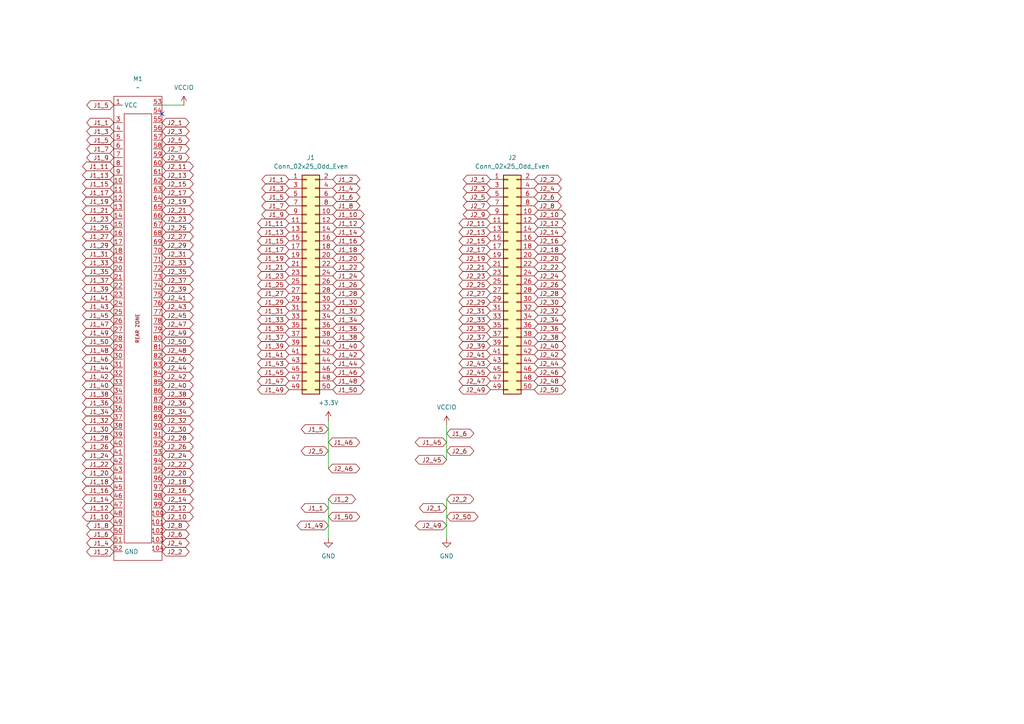
<source format=kicad_sch>
(kicad_sch (version 20250114) (generator "eeschema") (generator_version "9.0")
  (paper "A4")
  (lib_symbols
    (symbol "Connector_Generic:Conn_02x25_Odd_Even" (pin_names (offset 1.016) (hide yes))
      (property "Reference" "J" (at 1.27 33.02 0))
      (property "Value" "Conn_02x25_Odd_Even" (at 1.27 -33.02 0))
      (symbol "Conn_02x25_Odd_Even_1_1"
        (rectangle (start -1.27 31.75) (end 3.81 -31.75) (stroke (width 0.254)) (fill (type background)))
        (rectangle (start -1.27 30.607) (end 0 30.353) (stroke (width 0.1524)))
        (rectangle (start -1.27 28.067) (end 0 27.813) (stroke (width 0.1524)))
        (rectangle (start -1.27 25.527) (end 0 25.273) (stroke (width 0.1524)))
        (rectangle (start -1.27 22.987) (end 0 22.733) (stroke (width 0.1524)))
        (rectangle (start -1.27 20.447) (end 0 20.193) (stroke (width 0.1524)))
        (rectangle (start -1.27 17.907) (end 0 17.653) (stroke (width 0.1524)))
        (rectangle (start -1.27 15.367) (end 0 15.113) (stroke (width 0.1524)))
        (rectangle (start -1.27 12.827) (end 0 12.573) (stroke (width 0.1524)))
        (rectangle (start -1.27 10.287) (end 0 10.033) (stroke (width 0.1524)))
        (rectangle (start -1.27 7.747) (end 0 7.493) (stroke (width 0.1524)))
        (rectangle (start -1.27 5.207) (end 0 4.953) (stroke (width 0.1524)))
        (rectangle (start -1.27 2.667) (end 0 2.413) (stroke (width 0.1524)))
        (rectangle (start -1.27 0.127) (end 0 -0.127) (stroke (width 0.1524)))
        (rectangle (start -1.27 -2.413) (end 0 -2.667) (stroke (width 0.1524)))
        (rectangle (start -1.27 -4.953) (end 0 -5.207) (stroke (width 0.1524)))
        (rectangle (start -1.27 -7.493) (end 0 -7.747) (stroke (width 0.1524)))
        (rectangle (start -1.27 -10.033) (end 0 -10.287) (stroke (width 0.1524)))
        (rectangle (start -1.27 -12.573) (end 0 -12.827) (stroke (width 0.1524)))
        (rectangle (start -1.27 -15.113) (end 0 -15.367) (stroke (width 0.1524)))
        (rectangle (start -1.27 -17.653) (end 0 -17.907) (stroke (width 0.1524)))
        (rectangle (start -1.27 -20.193) (end 0 -20.447) (stroke (width 0.1524)))
        (rectangle (start -1.27 -22.733) (end 0 -22.987) (stroke (width 0.1524)))
        (rectangle (start -1.27 -25.273) (end 0 -25.527) (stroke (width 0.1524)))
        (rectangle (start -1.27 -27.813) (end 0 -28.067) (stroke (width 0.1524)))
        (rectangle (start -1.27 -30.353) (end 0 -30.607) (stroke (width 0.1524)))
        (rectangle (start 3.81 30.607) (end 2.54 30.353) (stroke (width 0.1524)))
        (rectangle (start 3.81 28.067) (end 2.54 27.813) (stroke (width 0.1524)))
        (rectangle (start 3.81 25.527) (end 2.54 25.273) (stroke (width 0.1524)))
        (rectangle (start 3.81 22.987) (end 2.54 22.733) (stroke (width 0.1524)))
        (rectangle (start 3.81 20.447) (end 2.54 20.193) (stroke (width 0.1524)))
        (rectangle (start 3.81 17.907) (end 2.54 17.653) (stroke (width 0.1524)))
        (rectangle (start 3.81 15.367) (end 2.54 15.113) (stroke (width 0.1524)))
        (rectangle (start 3.81 12.827) (end 2.54 12.573) (stroke (width 0.1524)))
        (rectangle (start 3.81 10.287) (end 2.54 10.033) (stroke (width 0.1524)))
        (rectangle (start 3.81 7.747) (end 2.54 7.493) (stroke (width 0.1524)))
        (rectangle (start 3.81 5.207) (end 2.54 4.953) (stroke (width 0.1524)))
        (rectangle (start 3.81 2.667) (end 2.54 2.413) (stroke (width 0.1524)))
        (rectangle (start 3.81 0.127) (end 2.54 -0.127) (stroke (width 0.1524)))
        (rectangle (start 3.81 -2.413) (end 2.54 -2.667) (stroke (width 0.1524)))
        (rectangle (start 3.81 -4.953) (end 2.54 -5.207) (stroke (width 0.1524)))
        (rectangle (start 3.81 -7.493) (end 2.54 -7.747) (stroke (width 0.1524)))
        (rectangle (start 3.81 -10.033) (end 2.54 -10.287) (stroke (width 0.1524)))
        (rectangle (start 3.81 -12.573) (end 2.54 -12.827) (stroke (width 0.1524)))
        (rectangle (start 3.81 -15.113) (end 2.54 -15.367) (stroke (width 0.1524)))
        (rectangle (start 3.81 -17.653) (end 2.54 -17.907) (stroke (width 0.1524)))
        (rectangle (start 3.81 -20.193) (end 2.54 -20.447) (stroke (width 0.1524)))
        (rectangle (start 3.81 -22.733) (end 2.54 -22.987) (stroke (width 0.1524)))
        (rectangle (start 3.81 -25.273) (end 2.54 -25.527) (stroke (width 0.1524)))
        (rectangle (start 3.81 -27.813) (end 2.54 -28.067) (stroke (width 0.1524)))
        (rectangle (start 3.81 -30.353) (end 2.54 -30.607) (stroke (width 0.1524)))
        (pin passive line (at -5.08 30.48 0) (length 3.81) (name "Pin_1") (number "1"))
        (pin passive line (at -5.08 27.94 0) (length 3.81) (name "Pin_3") (number "3"))
        (pin passive line (at -5.08 25.4 0) (length 3.81) (name "Pin_5") (number "5"))
        (pin passive line (at -5.08 22.86 0) (length 3.81) (name "Pin_7") (number "7"))
        (pin passive line (at -5.08 20.32 0) (length 3.81) (name "Pin_9") (number "9"))
        (pin passive line (at -5.08 17.78 0) (length 3.81) (name "Pin_11") (number "11"))
        (pin passive line (at -5.08 15.24 0) (length 3.81) (name "Pin_13") (number "13"))
        (pin passive line (at -5.08 12.7 0) (length 3.81) (name "Pin_15") (number "15"))
        (pin passive line (at -5.08 10.16 0) (length 3.81) (name "Pin_17") (number "17"))
        (pin passive line (at -5.08 7.62 0) (length 3.81) (name "Pin_19") (number "19"))
        (pin passive line (at -5.08 5.08 0) (length 3.81) (name "Pin_21") (number "21"))
        (pin passive line (at -5.08 2.54 0) (length 3.81) (name "Pin_23") (number "23"))
        (pin passive line (at -5.08 0 0) (length 3.81) (name "Pin_25") (number "25"))
        (pin passive line (at -5.08 -2.54 0) (length 3.81) (name "Pin_27") (number "27"))
        (pin passive line (at -5.08 -5.08 0) (length 3.81) (name "Pin_29") (number "29"))
        (pin passive line (at -5.08 -7.62 0) (length 3.81) (name "Pin_31") (number "31"))
        (pin passive line (at -5.08 -10.16 0) (length 3.81) (name "Pin_33") (number "33"))
        (pin passive line (at -5.08 -12.7 0) (length 3.81) (name "Pin_35") (number "35"))
        (pin passive line (at -5.08 -15.24 0) (length 3.81) (name "Pin_37") (number "37"))
        (pin passive line (at -5.08 -17.78 0) (length 3.81) (name "Pin_39") (number "39"))
        (pin passive line (at -5.08 -20.32 0) (length 3.81) (name "Pin_41") (number "41"))
        (pin passive line (at -5.08 -22.86 0) (length 3.81) (name "Pin_43") (number "43"))
        (pin passive line (at -5.08 -25.4 0) (length 3.81) (name "Pin_45") (number "45"))
        (pin passive line (at -5.08 -27.94 0) (length 3.81) (name "Pin_47") (number "47"))
        (pin passive line (at -5.08 -30.48 0) (length 3.81) (name "Pin_49") (number "49"))
        (pin passive line (at 7.62 30.48 180) (length 3.81) (name "Pin_2") (number "2"))
        (pin passive line (at 7.62 27.94 180) (length 3.81) (name "Pin_4") (number "4"))
        (pin passive line (at 7.62 25.4 180) (length 3.81) (name "Pin_6") (number "6"))
        (pin passive line (at 7.62 22.86 180) (length 3.81) (name "Pin_8") (number "8"))
        (pin passive line (at 7.62 20.32 180) (length 3.81) (name "Pin_10") (number "10"))
        (pin passive line (at 7.62 17.78 180) (length 3.81) (name "Pin_12") (number "12"))
        (pin passive line (at 7.62 15.24 180) (length 3.81) (name "Pin_14") (number "14"))
        (pin passive line (at 7.62 12.7 180) (length 3.81) (name "Pin_16") (number "16"))
        (pin passive line (at 7.62 10.16 180) (length 3.81) (name "Pin_18") (number "18"))
        (pin passive line (at 7.62 7.62 180) (length 3.81) (name "Pin_20") (number "20"))
        (pin passive line (at 7.62 5.08 180) (length 3.81) (name "Pin_22") (number "22"))
        (pin passive line (at 7.62 2.54 180) (length 3.81) (name "Pin_24") (number "24"))
        (pin passive line (at 7.62 0 180) (length 3.81) (name "Pin_26") (number "26"))
        (pin passive line (at 7.62 -2.54 180) (length 3.81) (name "Pin_28") (number "28"))
        (pin passive line (at 7.62 -5.08 180) (length 3.81) (name "Pin_30") (number "30"))
        (pin passive line (at 7.62 -7.62 180) (length 3.81) (name "Pin_32") (number "32"))
        (pin passive line (at 7.62 -10.16 180) (length 3.81) (name "Pin_34") (number "34"))
        (pin passive line (at 7.62 -12.7 180) (length 3.81) (name "Pin_36") (number "36"))
        (pin passive line (at 7.62 -15.24 180) (length 3.81) (name "Pin_38") (number "38"))
        (pin passive line (at 7.62 -17.78 180) (length 3.81) (name "Pin_40") (number "40"))
        (pin passive line (at 7.62 -20.32 180) (length 3.81) (name "Pin_42") (number "42"))
        (pin passive line (at 7.62 -22.86 180) (length 3.81) (name "Pin_44") (number "44"))
        (pin passive line (at 7.62 -25.4 180) (length 3.81) (name "Pin_46") (number "46"))
        (pin passive line (at 7.62 -27.94 180) (length 3.81) (name "Pin_48") (number "48"))
        (pin passive line (at 7.62 -30.48 180) (length 3.81) (name "Pin_50") (number "50"))
      )
    )
    (symbol "MegaCastle:MegaCastle2x52-Module-I42.0x127.3-M1"
      (property "Reference" "M" (at 0 -69.85 0))
      (symbol "MegaCastle2x52-Module-I42.0x127.3-M1_0_1"
        (rectangle (start -6.35 67.31) (end 7.62 -67.31))
        (rectangle (start -3.35 62.23) (end 4.62 -62.23))
      )
      (symbol "MegaCastle2x52-Module-I42.0x127.3-M1_1_1"
        (text "REAR ZONE" (at 0.5 0 900) (effects (font (size 1 1))))
        (pin bidirectional line (at -6.35 64.77 0) (length 2.54) (name "VCC") (number "1"))
        (pin bidirectional line (at -6.35 59.69 0) (length 2.54) (name "") (number "3"))
        (pin bidirectional line (at -6.35 57.15 0) (length 2.54) (name "") (number "4"))
        (pin bidirectional line (at -6.35 54.61 0) (length 2.54) (name "") (number "5"))
        (pin bidirectional line (at -6.35 52.07 0) (length 2.54) (name "") (number "6"))
        (pin bidirectional line (at -6.35 49.53 0) (length 2.54) (name "") (number "7"))
        (pin bidirectional line (at -6.35 46.99 0) (length 2.54) (name "") (number "8"))
        (pin bidirectional line (at -6.35 44.45 0) (length 2.54) (name "") (number "9"))
        (pin bidirectional line (at -6.35 41.91 0) (length 2.54) (name "") (number "10"))
        (pin bidirectional line (at -6.35 39.37 0) (length 2.54) (name "") (number "11"))
        (pin bidirectional line (at -6.35 36.83 0) (length 2.54) (name "") (number "12"))
        (pin bidirectional line (at -6.35 34.29 0) (length 2.54) (name "") (number "13"))
        (pin bidirectional line (at -6.35 31.75 0) (length 2.54) (name "") (number "14"))
        (pin bidirectional line (at -6.35 29.21 0) (length 2.54) (name "") (number "15"))
        (pin bidirectional line (at -6.35 26.67 0) (length 2.54) (name "") (number "16"))
        (pin bidirectional line (at -6.35 24.13 0) (length 2.54) (name "") (number "17"))
        (pin bidirectional line (at -6.35 21.59 0) (length 2.54) (name "") (number "18"))
        (pin bidirectional line (at -6.35 19.05 0) (length 2.54) (name "") (number "19"))
        (pin bidirectional line (at -6.35 16.51 0) (length 2.54) (name "") (number "20"))
        (pin bidirectional line (at -6.35 13.97 0) (length 2.54) (name "") (number "21"))
        (pin bidirectional line (at -6.35 11.43 0) (length 2.54) (name "") (number "22"))
        (pin bidirectional line (at -6.35 8.89 0) (length 2.54) (name "") (number "23"))
        (pin bidirectional line (at -6.35 6.35 0) (length 2.54) (name "") (number "24"))
        (pin bidirectional line (at -6.35 3.81 0) (length 2.54) (name "") (number "25"))
        (pin bidirectional line (at -6.35 1.27 0) (length 2.54) (name "") (number "26"))
        (pin bidirectional line (at -6.35 -1.27 0) (length 2.54) (name "") (number "27"))
        (pin bidirectional line (at -6.35 -3.81 0) (length 2.54) (name "") (number "28"))
        (pin bidirectional line (at -6.35 -6.35 0) (length 2.54) (name "") (number "29"))
        (pin bidirectional line (at -6.35 -8.89 0) (length 2.54) (name "") (number "30"))
        (pin bidirectional line (at -6.35 -11.43 0) (length 2.54) (name "") (number "31"))
        (pin bidirectional line (at -6.35 -13.97 0) (length 2.54) (name "") (number "32"))
        (pin bidirectional line (at -6.35 -16.51 0) (length 2.54) (name "") (number "33"))
        (pin bidirectional line (at -6.35 -19.05 0) (length 2.54) (name "") (number "34"))
        (pin bidirectional line (at -6.35 -21.59 0) (length 2.54) (name "") (number "35"))
        (pin bidirectional line (at -6.35 -24.13 0) (length 2.54) (name "") (number "36"))
        (pin bidirectional line (at -6.35 -26.67 0) (length 2.54) (name "") (number "37"))
        (pin bidirectional line (at -6.35 -29.21 0) (length 2.54) (name "") (number "38"))
        (pin bidirectional line (at -6.35 -31.75 0) (length 2.54) (name "") (number "39"))
        (pin bidirectional line (at -6.35 -34.29 0) (length 2.54) (name "") (number "40"))
        (pin bidirectional line (at -6.35 -36.83 0) (length 2.54) (name "") (number "41"))
        (pin bidirectional line (at -6.35 -39.37 0) (length 2.54) (name "") (number "42"))
        (pin bidirectional line (at -6.35 -41.91 0) (length 2.54) (name "") (number "43"))
        (pin bidirectional line (at -6.35 -44.45 0) (length 2.54) (name "") (number "44"))
        (pin bidirectional line (at -6.35 -46.99 0) (length 2.54) (name "") (number "45"))
        (pin bidirectional line (at -6.35 -49.53 0) (length 2.54) (name "") (number "46"))
        (pin bidirectional line (at -6.35 -52.07 0) (length 2.54) (name "") (number "47"))
        (pin bidirectional line (at -6.35 -54.61 0) (length 2.54) (name "") (number "48"))
        (pin bidirectional line (at -6.35 -57.15 0) (length 2.54) (name "") (number "49"))
        (pin bidirectional line (at -6.35 -59.69 0) (length 2.54) (name "") (number "50"))
        (pin bidirectional line (at -6.35 -62.23 0) (length 2.54) (name "") (number "51"))
        (pin bidirectional line (at -6.35 -64.77 0) (length 2.54) (name "GND") (number "52"))
        (pin bidirectional line (at 7.62 64.77 180) (length 2.54) (name "") (number "53"))
        (pin bidirectional line (at 7.62 62.23 180) (length 2.54) (name "") (number "54"))
        (pin bidirectional line (at 7.62 59.69 180) (length 2.54) (name "") (number "55"))
        (pin bidirectional line (at 7.62 57.15 180) (length 2.54) (name "") (number "56"))
        (pin bidirectional line (at 7.62 54.61 180) (length 2.54) (name "") (number "57"))
        (pin bidirectional line (at 7.62 52.07 180) (length 2.54) (name "") (number "58"))
        (pin bidirectional line (at 7.62 49.53 180) (length 2.54) (name "") (number "59"))
        (pin bidirectional line (at 7.62 46.99 180) (length 2.54) (name "") (number "60"))
        (pin bidirectional line (at 7.62 44.45 180) (length 2.54) (name "") (number "61"))
        (pin bidirectional line (at 7.62 41.91 180) (length 2.54) (name "") (number "62"))
        (pin bidirectional line (at 7.62 39.37 180) (length 2.54) (name "") (number "63"))
        (pin bidirectional line (at 7.62 36.83 180) (length 2.54) (name "") (number "64"))
        (pin bidirectional line (at 7.62 34.29 180) (length 2.54) (name "") (number "65"))
        (pin bidirectional line (at 7.62 31.75 180) (length 2.54) (name "") (number "66"))
        (pin bidirectional line (at 7.62 29.21 180) (length 2.54) (name "") (number "67"))
        (pin bidirectional line (at 7.62 26.67 180) (length 2.54) (name "") (number "68"))
        (pin bidirectional line (at 7.62 24.13 180) (length 2.54) (name "") (number "69"))
        (pin bidirectional line (at 7.62 21.59 180) (length 2.54) (name "") (number "70"))
        (pin bidirectional line (at 7.62 19.05 180) (length 2.54) (name "") (number "71"))
        (pin bidirectional line (at 7.62 16.51 180) (length 2.54) (name "") (number "72"))
        (pin bidirectional line (at 7.62 13.97 180) (length 2.54) (name "") (number "73"))
        (pin bidirectional line (at 7.62 11.43 180) (length 2.54) (name "") (number "74"))
        (pin bidirectional line (at 7.62 8.89 180) (length 2.54) (name "") (number "75"))
        (pin bidirectional line (at 7.62 6.35 180) (length 2.54) (name "") (number "76"))
        (pin bidirectional line (at 7.62 3.81 180) (length 2.54) (name "") (number "77"))
        (pin bidirectional line (at 7.62 1.27 180) (length 2.54) (name "") (number "78"))
        (pin bidirectional line (at 7.62 -1.27 180) (length 2.54) (name "") (number "79"))
        (pin bidirectional line (at 7.62 -3.81 180) (length 2.54) (name "") (number "80"))
        (pin bidirectional line (at 7.62 -6.35 180) (length 2.54) (name "") (number "81"))
        (pin bidirectional line (at 7.62 -8.89 180) (length 2.54) (name "") (number "82"))
        (pin bidirectional line (at 7.62 -11.43 180) (length 2.54) (name "") (number "83"))
        (pin bidirectional line (at 7.62 -13.97 180) (length 2.54) (name "") (number "84"))
        (pin bidirectional line (at 7.62 -16.51 180) (length 2.54) (name "") (number "85"))
        (pin bidirectional line (at 7.62 -19.05 180) (length 2.54) (name "") (number "86"))
        (pin bidirectional line (at 7.62 -21.59 180) (length 2.54) (name "") (number "87"))
        (pin bidirectional line (at 7.62 -24.13 180) (length 2.54) (name "") (number "88"))
        (pin bidirectional line (at 7.62 -26.67 180) (length 2.54) (name "") (number "89"))
        (pin bidirectional line (at 7.62 -29.21 180) (length 2.54) (name "") (number "90"))
        (pin bidirectional line (at 7.62 -31.75 180) (length 2.54) (name "") (number "91"))
        (pin bidirectional line (at 7.62 -34.29 180) (length 2.54) (name "") (number "92"))
        (pin bidirectional line (at 7.62 -36.83 180) (length 2.54) (name "") (number "93"))
        (pin bidirectional line (at 7.62 -39.37 180) (length 2.54) (name "") (number "94"))
        (pin bidirectional line (at 7.62 -41.91 180) (length 2.54) (name "") (number "95"))
        (pin bidirectional line (at 7.62 -44.45 180) (length 2.54) (name "") (number "96"))
        (pin bidirectional line (at 7.62 -46.99 180) (length 2.54) (name "") (number "97"))
        (pin bidirectional line (at 7.62 -49.53 180) (length 2.54) (name "") (number "98"))
        (pin bidirectional line (at 7.62 -52.07 180) (length 2.54) (name "") (number "99"))
        (pin bidirectional line (at 7.62 -54.61 180) (length 2.54) (name "") (number "100"))
        (pin bidirectional line (at 7.62 -57.15 180) (length 2.54) (name "") (number "101"))
        (pin bidirectional line (at 7.62 -59.69 180) (length 2.54) (name "") (number "102"))
        (pin bidirectional line (at 7.62 -62.23 180) (length 2.54) (name "") (number "103"))
        (pin bidirectional line (at 7.62 -64.77 180) (length 2.54) (name "") (number "104"))
      )
    )
    (symbol "power:+3.3V" (power) (pin_numbers (hide yes)) (pin_names (offset 0) (hide yes))
      (property "Value" "+3.3V" (at 0 3.556 0))
      (symbol "+3.3V_0_1"
        (polyline (pts (xy -0.762 1.27) (xy 0 2.54)))
        (polyline (pts (xy 0 2.54) (xy 0.762 1.27)))
        (polyline (pts (xy 0 0) (xy 0 2.54)))
      )
      (symbol "+3.3V_1_1"
        (pin power_in line (at 0 0 90) (length 0) (name "~") (number "1"))
      )
    )
    (symbol "power:GND" (power) (pin_numbers (hide yes)) (pin_names (offset 0) (hide yes))
      (property "Value" "GND" (at 0 -3.81 0))
      (symbol "GND_0_1"
        (polyline (pts (xy 0 0) (xy 0 -1.27) (xy 1.27 -1.27) (xy 0 -2.54) (xy -1.27 -1.27) (xy 0 -1.27)))
      )
      (symbol "GND_1_1"
        (pin power_in line (at 0 0 270) (length 0) (name "~") (number "1"))
      )
    )
    (symbol "power:VCC" (power) (pin_numbers (hide yes)) (pin_names (offset 0) (hide yes))
      (property "Value" "VCC" (at 0 3.556 0))
      (symbol "VCC_0_1"
        (polyline (pts (xy -0.762 1.27) (xy 0 2.54)))
        (polyline (pts (xy 0 2.54) (xy 0.762 1.27)))
        (polyline (pts (xy 0 0) (xy 0 2.54)))
      )
      (symbol "VCC_1_1"
        (pin power_in line (at 0 0 90) (length 0) (name "~") (number "1"))
      )
    )
  )
  (no_connect (at 46.99 33.02))
  (wire (pts (xy 95.25 121.92) (xy 95.25 135.89)))
  (wire (pts (xy 46.99 30.48) (xy 53.34 30.48)))
  (wire (pts (xy 129.54 144.78) (xy 129.54 156.21)))
  (wire (pts (xy 129.54 123.19) (xy 129.54 133.35)))
  (wire (pts (xy 95.25 144.78) (xy 95.25 156.21)))
  (global_label "J2_6" (shape bidirectional) (at 154.94 57.15 0) (property "Intersheetrefs" "${INTERSHEET_REFS}" (effects (hide yes))))
  (global_label "J2_8" (shape bidirectional) (at 46.99 152.4 0) (property "Intersheetrefs" "${INTERSHEET_REFS}" (effects (hide yes))))
  (global_label "J1_25" (shape bidirectional) (at 33.02 66.04 180) (property "Intersheetrefs" "${INTERSHEET_REFS}" (effects (hide yes))))
  (global_label "J1_43" (shape bidirectional) (at 33.02 88.9 180) (property "Intersheetrefs" "${INTERSHEET_REFS}" (effects (hide yes))))
  (global_label "J1_28" (shape bidirectional) (at 96.52 85.09 0) (property "Intersheetrefs" "${INTERSHEET_REFS}" (effects (hide yes))))
  (global_label "J1_48" (shape bidirectional) (at 96.52 110.49 0) (property "Intersheetrefs" "${INTERSHEET_REFS}" (effects (hide yes))))
  (global_label "J2_49" (shape bidirectional) (at 129.54 152.4 180) (property "Intersheetrefs" "${INTERSHEET_REFS}" (effects (hide yes))))
  (global_label "J1_50" (shape bidirectional) (at 96.52 113.03 0) (property "Intersheetrefs" "${INTERSHEET_REFS}" (effects (hide yes))))
  (global_label "J2_18" (shape bidirectional) (at 46.99 139.7 0) (property "Intersheetrefs" "${INTERSHEET_REFS}" (effects (hide yes))))
  (global_label "J2_9" (shape bidirectional) (at 142.24 62.23 180) (property "Intersheetrefs" "${INTERSHEET_REFS}" (effects (hide yes))))
  (global_label "J2_22" (shape bidirectional) (at 46.99 134.62 0) (property "Intersheetrefs" "${INTERSHEET_REFS}" (effects (hide yes))))
  (global_label "J1_13" (shape bidirectional) (at 33.02 50.8 180) (property "Intersheetrefs" "${INTERSHEET_REFS}" (effects (hide yes))))
  (global_label "J2_31" (shape bidirectional) (at 46.99 73.66 0) (property "Intersheetrefs" "${INTERSHEET_REFS}" (effects (hide yes))))
  (global_label "J1_20" (shape bidirectional) (at 33.02 137.16 180) (property "Intersheetrefs" "${INTERSHEET_REFS}" (effects (hide yes))))
  (global_label "J1_37" (shape bidirectional) (at 83.82 97.79 180) (property "Intersheetrefs" "${INTERSHEET_REFS}" (effects (hide yes))))
  (global_label "J2_30" (shape bidirectional) (at 46.99 124.46 0) (property "Intersheetrefs" "${INTERSHEET_REFS}" (effects (hide yes))))
  (global_label "J1_18" (shape bidirectional) (at 96.52 72.39 0) (property "Intersheetrefs" "${INTERSHEET_REFS}" (effects (hide yes))))
  (global_label "J1_1" (shape bidirectional) (at 95.25 147.32 180) (property "Intersheetrefs" "${INTERSHEET_REFS}" (effects (hide yes))))
  (global_label "J2_41" (shape bidirectional) (at 46.99 86.36 0) (property "Intersheetrefs" "${INTERSHEET_REFS}" (effects (hide yes))))
  (global_label "J2_48" (shape bidirectional) (at 154.94 110.49 0) (property "Intersheetrefs" "${INTERSHEET_REFS}" (effects (hide yes))))
  (global_label "J2_34" (shape bidirectional) (at 154.94 92.71 0) (property "Intersheetrefs" "${INTERSHEET_REFS}" (effects (hide yes))))
  (global_label "J1_50" (shape bidirectional) (at 95.25 149.86 0) (property "Intersheetrefs" "${INTERSHEET_REFS}" (effects (hide yes))))
  (global_label "J2_2" (shape bidirectional) (at 46.99 160.02 0) (property "Intersheetrefs" "${INTERSHEET_REFS}" (effects (hide yes))))
  (global_label "J1_43" (shape bidirectional) (at 83.82 105.41 180) (property "Intersheetrefs" "${INTERSHEET_REFS}" (effects (hide yes))))
  (global_label "J2_9" (shape bidirectional) (at 46.99 45.72 0) (property "Intersheetrefs" "${INTERSHEET_REFS}" (effects (hide yes))))
  (global_label "J1_6" (shape bidirectional) (at 96.52 57.15 0) (property "Intersheetrefs" "${INTERSHEET_REFS}" (effects (hide yes))))
  (global_label "J1_41" (shape bidirectional) (at 83.82 102.87 180) (property "Intersheetrefs" "${INTERSHEET_REFS}" (effects (hide yes))))
  (global_label "J2_49" (shape bidirectional) (at 46.99 96.52 0) (property "Intersheetrefs" "${INTERSHEET_REFS}" (effects (hide yes))))
  (global_label "J2_31" (shape bidirectional) (at 142.24 90.17 180) (property "Intersheetrefs" "${INTERSHEET_REFS}" (effects (hide yes))))
  (global_label "J1_32" (shape bidirectional) (at 33.02 121.92 180) (property "Intersheetrefs" "${INTERSHEET_REFS}" (effects (hide yes))))
  (global_label "J2_37" (shape bidirectional) (at 46.99 81.28 0) (property "Intersheetrefs" "${INTERSHEET_REFS}" (effects (hide yes))))
  (global_label "J2_20" (shape bidirectional) (at 154.94 74.93 0) (property "Intersheetrefs" "${INTERSHEET_REFS}" (effects (hide yes))))
  (global_label "J1_6" (shape bidirectional) (at 33.02 154.94 180) (property "Intersheetrefs" "${INTERSHEET_REFS}" (effects (hide yes))))
  (global_label "J1_26" (shape bidirectional) (at 33.02 129.54 180) (property "Intersheetrefs" "${INTERSHEET_REFS}" (effects (hide yes))))
  (global_label "J1_28" (shape bidirectional) (at 33.02 127 180) (property "Intersheetrefs" "${INTERSHEET_REFS}" (effects (hide yes))))
  (global_label "J2_38" (shape bidirectional) (at 154.94 97.79 0) (property "Intersheetrefs" "${INTERSHEET_REFS}" (effects (hide yes))))
  (global_label "J1_44" (shape bidirectional) (at 96.52 105.41 0) (property "Intersheetrefs" "${INTERSHEET_REFS}" (effects (hide yes))))
  (global_label "J2_40" (shape bidirectional) (at 154.94 100.33 0) (property "Intersheetrefs" "${INTERSHEET_REFS}" (effects (hide yes))))
  (global_label "J2_35" (shape bidirectional) (at 46.99 78.74 0) (property "Intersheetrefs" "${INTERSHEET_REFS}" (effects (hide yes))))
  (global_label "J1_36" (shape bidirectional) (at 33.02 116.84 180) (property "Intersheetrefs" "${INTERSHEET_REFS}" (effects (hide yes))))
  (global_label "J2_17" (shape bidirectional) (at 46.99 55.88 0) (property "Intersheetrefs" "${INTERSHEET_REFS}" (effects (hide yes))))
  (global_label "J1_47" (shape bidirectional) (at 83.82 110.49 180) (property "Intersheetrefs" "${INTERSHEET_REFS}" (effects (hide yes))))
  (global_label "J2_3" (shape bidirectional) (at 142.24 54.61 180) (property "Intersheetrefs" "${INTERSHEET_REFS}" (effects (hide yes))))
  (global_label "J1_22" (shape bidirectional) (at 96.52 77.47 0) (property "Intersheetrefs" "${INTERSHEET_REFS}" (effects (hide yes))))
  (global_label "J2_16" (shape bidirectional) (at 46.99 142.24 0) (property "Intersheetrefs" "${INTERSHEET_REFS}" (effects (hide yes))))
  (global_label "J1_11" (shape bidirectional) (at 83.82 64.77 180) (property "Intersheetrefs" "${INTERSHEET_REFS}" (effects (hide yes))))
  (global_label "J1_4" (shape bidirectional) (at 33.02 157.48 180) (property "Intersheetrefs" "${INTERSHEET_REFS}" (effects (hide yes))))
  (global_label "J2_1" (shape bidirectional) (at 129.54 147.32 180) (property "Intersheetrefs" "${INTERSHEET_REFS}" (effects (hide yes))))
  (global_label "J2_46" (shape bidirectional) (at 154.94 107.95 0) (property "Intersheetrefs" "${INTERSHEET_REFS}" (effects (hide yes))))
  (global_label "J2_42" (shape bidirectional) (at 46.99 109.22 0) (property "Intersheetrefs" "${INTERSHEET_REFS}" (effects (hide yes))))
  (global_label "J2_11" (shape bidirectional) (at 46.99 48.26 0) (property "Intersheetrefs" "${INTERSHEET_REFS}" (effects (hide yes))))
  (global_label "J1_31" (shape bidirectional) (at 83.82 90.17 180) (property "Intersheetrefs" "${INTERSHEET_REFS}" (effects (hide yes))))
  (global_label "J2_45" (shape bidirectional) (at 129.54 133.35 180) (property "Intersheetrefs" "${INTERSHEET_REFS}" (effects (hide yes))))
  (global_label "J2_2" (shape bidirectional) (at 129.54 144.78 0) (property "Intersheetrefs" "${INTERSHEET_REFS}" (effects (hide yes))))
  (global_label "J1_38" (shape bidirectional) (at 33.02 114.3 180) (property "Intersheetrefs" "${INTERSHEET_REFS}" (effects (hide yes))))
  (global_label "J2_50" (shape bidirectional) (at 154.94 113.03 0) (property "Intersheetrefs" "${INTERSHEET_REFS}" (effects (hide yes))))
  (global_label "J2_47" (shape bidirectional) (at 142.24 110.49 180) (property "Intersheetrefs" "${INTERSHEET_REFS}" (effects (hide yes))))
  (global_label "J2_24" (shape bidirectional) (at 46.99 132.08 0) (property "Intersheetrefs" "${INTERSHEET_REFS}" (effects (hide yes))))
  (global_label "J2_13" (shape bidirectional) (at 46.99 50.8 0) (property "Intersheetrefs" "${INTERSHEET_REFS}" (effects (hide yes))))
  (global_label "J2_48" (shape bidirectional) (at 46.99 101.6 0) (property "Intersheetrefs" "${INTERSHEET_REFS}" (effects (hide yes))))
  (global_label "J2_28" (shape bidirectional) (at 46.99 127 0) (property "Intersheetrefs" "${INTERSHEET_REFS}" (effects (hide yes))))
  (global_label "J1_9" (shape bidirectional) (at 33.02 45.72 180) (property "Intersheetrefs" "${INTERSHEET_REFS}" (effects (hide yes))))
  (global_label "J2_39" (shape bidirectional) (at 142.24 100.33 180) (property "Intersheetrefs" "${INTERSHEET_REFS}" (effects (hide yes))))
  (global_label "J1_3" (shape bidirectional) (at 83.82 54.61 180) (property "Intersheetrefs" "${INTERSHEET_REFS}" (effects (hide yes))))
  (global_label "J1_17" (shape bidirectional) (at 33.02 55.88 180) (property "Intersheetrefs" "${INTERSHEET_REFS}" (effects (hide yes))))
  (global_label "J1_49" (shape bidirectional) (at 33.02 96.52 180) (property "Intersheetrefs" "${INTERSHEET_REFS}" (effects (hide yes))))
  (global_label "J1_30" (shape bidirectional) (at 33.02 124.46 180) (property "Intersheetrefs" "${INTERSHEET_REFS}" (effects (hide yes))))
  (global_label "J2_6" (shape bidirectional) (at 129.54 130.81 0) (property "Intersheetrefs" "${INTERSHEET_REFS}" (effects (hide yes))))
  (global_label "J1_29" (shape bidirectional) (at 33.02 71.12 180) (property "Intersheetrefs" "${INTERSHEET_REFS}" (effects (hide yes))))
  (global_label "J1_41" (shape bidirectional) (at 33.02 86.36 180) (property "Intersheetrefs" "${INTERSHEET_REFS}" (effects (hide yes))))
  (global_label "J1_16" (shape bidirectional) (at 96.52 69.85 0) (property "Intersheetrefs" "${INTERSHEET_REFS}" (effects (hide yes))))
  (global_label "J2_10" (shape bidirectional) (at 46.99 149.86 0) (property "Intersheetrefs" "${INTERSHEET_REFS}" (effects (hide yes))))
  (global_label "J1_49" (shape bidirectional) (at 83.82 113.03 180) (property "Intersheetrefs" "${INTERSHEET_REFS}" (effects (hide yes))))
  (global_label "J1_7" (shape bidirectional) (at 83.82 59.69 180) (property "Intersheetrefs" "${INTERSHEET_REFS}" (effects (hide yes))))
  (global_label "J2_15" (shape bidirectional) (at 46.99 53.34 0) (property "Intersheetrefs" "${INTERSHEET_REFS}" (effects (hide yes))))
  (global_label "J1_3" (shape bidirectional) (at 33.02 38.1 180) (property "Intersheetrefs" "${INTERSHEET_REFS}" (effects (hide yes))))
  (global_label "J2_25" (shape bidirectional) (at 142.24 82.55 180) (property "Intersheetrefs" "${INTERSHEET_REFS}" (effects (hide yes))))
  (global_label "J1_47" (shape bidirectional) (at 33.02 93.98 180) (property "Intersheetrefs" "${INTERSHEET_REFS}" (effects (hide yes))))
  (global_label "J2_28" (shape bidirectional) (at 154.94 85.09 0) (property "Intersheetrefs" "${INTERSHEET_REFS}" (effects (hide yes))))
  (global_label "J2_1" (shape bidirectional) (at 46.99 35.56 0) (property "Intersheetrefs" "${INTERSHEET_REFS}" (effects (hide yes))))
  (global_label "J1_2" (shape bidirectional) (at 95.25 144.78 0) (property "Intersheetrefs" "${INTERSHEET_REFS}" (effects (hide yes))))
  (global_label "J1_25" (shape bidirectional) (at 83.82 82.55 180) (property "Intersheetrefs" "${INTERSHEET_REFS}" (effects (hide yes))))
  (global_label "J2_50" (shape bidirectional) (at 46.99 99.06 0) (property "Intersheetrefs" "${INTERSHEET_REFS}" (effects (hide yes))))
  (global_label "J1_29" (shape bidirectional) (at 83.82 87.63 180) (property "Intersheetrefs" "${INTERSHEET_REFS}" (effects (hide yes))))
  (global_label "J2_36" (shape bidirectional) (at 154.94 95.25 0) (property "Intersheetrefs" "${INTERSHEET_REFS}" (effects (hide yes))))
  (global_label "J2_4" (shape bidirectional) (at 154.94 54.61 0) (property "Intersheetrefs" "${INTERSHEET_REFS}" (effects (hide yes))))
  (global_label "J2_34" (shape bidirectional) (at 46.99 119.38 0) (property "Intersheetrefs" "${INTERSHEET_REFS}" (effects (hide yes))))
  (global_label "J2_32" (shape bidirectional) (at 154.94 90.17 0) (property "Intersheetrefs" "${INTERSHEET_REFS}" (effects (hide yes))))
  (global_label "J1_27" (shape bidirectional) (at 33.02 68.58 180) (property "Intersheetrefs" "${INTERSHEET_REFS}" (effects (hide yes))))
  (global_label "J1_21" (shape bidirectional) (at 33.02 60.96 180) (property "Intersheetrefs" "${INTERSHEET_REFS}" (effects (hide yes))))
  (global_label "J2_5" (shape bidirectional) (at 142.24 57.15 180) (property "Intersheetrefs" "${INTERSHEET_REFS}" (effects (hide yes))))
  (global_label "J1_31" (shape bidirectional) (at 33.02 73.66 180) (property "Intersheetrefs" "${INTERSHEET_REFS}" (effects (hide yes))))
  (global_label "J2_3" (shape bidirectional) (at 46.99 38.1 0) (property "Intersheetrefs" "${INTERSHEET_REFS}" (effects (hide yes))))
  (global_label "J1_12" (shape bidirectional) (at 33.02 147.32 180) (property "Intersheetrefs" "${INTERSHEET_REFS}" (effects (hide yes))))
  (global_label "J1_38" (shape bidirectional) (at 96.52 97.79 0) (property "Intersheetrefs" "${INTERSHEET_REFS}" (effects (hide yes))))
  (global_label "J2_1" (shape bidirectional) (at 142.24 52.07 180) (property "Intersheetrefs" "${INTERSHEET_REFS}" (effects (hide yes))))
  (global_label "J2_29" (shape bidirectional) (at 46.99 71.12 0) (property "Intersheetrefs" "${INTERSHEET_REFS}" (effects (hide yes))))
  (global_label "J1_35" (shape bidirectional) (at 83.82 95.25 180) (property "Intersheetrefs" "${INTERSHEET_REFS}" (effects (hide yes))))
  (global_label "J1_23" (shape bidirectional) (at 83.82 80.01 180) (property "Intersheetrefs" "${INTERSHEET_REFS}" (effects (hide yes))))
  (global_label "J2_50" (shape bidirectional) (at 129.54 149.86 0) (property "Intersheetrefs" "${INTERSHEET_REFS}" (effects (hide yes))))
  (global_label "J1_5" (shape bidirectional) (at 83.82 57.15 180) (property "Intersheetrefs" "${INTERSHEET_REFS}" (effects (hide yes))))
  (global_label "J2_26" (shape bidirectional) (at 154.94 82.55 0) (property "Intersheetrefs" "${INTERSHEET_REFS}" (effects (hide yes))))
  (global_label "J1_11" (shape bidirectional) (at 33.02 48.26 180) (property "Intersheetrefs" "${INTERSHEET_REFS}" (effects (hide yes))))
  (global_label "J2_37" (shape bidirectional) (at 142.24 97.79 180) (property "Intersheetrefs" "${INTERSHEET_REFS}" (effects (hide yes))))
  (global_label "J1_21" (shape bidirectional) (at 83.82 77.47 180) (property "Intersheetrefs" "${INTERSHEET_REFS}" (effects (hide yes))))
  (global_label "J1_37" (shape bidirectional) (at 33.02 81.28 180) (property "Intersheetrefs" "${INTERSHEET_REFS}" (effects (hide yes))))
  (global_label "J2_5" (shape bidirectional) (at 46.99 40.64 0) (property "Intersheetrefs" "${INTERSHEET_REFS}" (effects (hide yes))))
  (global_label "J1_9" (shape bidirectional) (at 83.82 62.23 180) (property "Intersheetrefs" "${INTERSHEET_REFS}" (effects (hide yes))))
  (global_label "J2_15" (shape bidirectional) (at 142.24 69.85 180) (property "Intersheetrefs" "${INTERSHEET_REFS}" (effects (hide yes))))
  (global_label "J2_11" (shape bidirectional) (at 142.24 64.77 180) (property "Intersheetrefs" "${INTERSHEET_REFS}" (effects (hide yes))))
  (global_label "J1_34" (shape bidirectional) (at 33.02 119.38 180) (property "Intersheetrefs" "${INTERSHEET_REFS}" (effects (hide yes))))
  (global_label "J2_49" (shape bidirectional) (at 142.24 113.03 180) (property "Intersheetrefs" "${INTERSHEET_REFS}" (effects (hide yes))))
  (global_label "J1_6" (shape bidirectional) (at 129.54 125.73 0) (property "Intersheetrefs" "${INTERSHEET_REFS}" (effects (hide yes))))
  (global_label "J1_1" (shape bidirectional) (at 33.02 35.56 180) (property "Intersheetrefs" "${INTERSHEET_REFS}" (effects (hide yes))))
  (global_label "J1_30" (shape bidirectional) (at 96.52 87.63 0) (property "Intersheetrefs" "${INTERSHEET_REFS}" (effects (hide yes))))
  (global_label "J1_5" (shape bidirectional) (at 33.02 40.64 180) (property "Intersheetrefs" "${INTERSHEET_REFS}" (effects (hide yes))))
  (global_label "J1_39" (shape bidirectional) (at 33.02 83.82 180) (property "Intersheetrefs" "${INTERSHEET_REFS}" (effects (hide yes))))
  (global_label "J2_29" (shape bidirectional) (at 142.24 87.63 180) (property "Intersheetrefs" "${INTERSHEET_REFS}" (effects (hide yes))))
  (global_label "J1_35" (shape bidirectional) (at 33.02 78.74 180) (property "Intersheetrefs" "${INTERSHEET_REFS}" (effects (hide yes))))
  (global_label "J2_14" (shape bidirectional) (at 46.99 144.78 0) (property "Intersheetrefs" "${INTERSHEET_REFS}" (effects (hide yes))))
  (global_label "J1_18" (shape bidirectional) (at 33.02 139.7 180) (property "Intersheetrefs" "${INTERSHEET_REFS}" (effects (hide yes))))
  (global_label "J2_46" (shape bidirectional) (at 46.99 104.14 0) (property "Intersheetrefs" "${INTERSHEET_REFS}" (effects (hide yes))))
  (global_label "J2_20" (shape bidirectional) (at 46.99 137.16 0) (property "Intersheetrefs" "${INTERSHEET_REFS}" (effects (hide yes))))
  (global_label "J2_2" (shape bidirectional) (at 154.94 52.07 0) (property "Intersheetrefs" "${INTERSHEET_REFS}" (effects (hide yes))))
  (global_label "J2_45" (shape bidirectional) (at 142.24 107.95 180) (property "Intersheetrefs" "${INTERSHEET_REFS}" (effects (hide yes))))
  (global_label "J1_15" (shape bidirectional) (at 83.82 69.85 180) (property "Intersheetrefs" "${INTERSHEET_REFS}" (effects (hide yes))))
  (global_label "J1_5" (shape bidirectional) (at 95.25 124.46 180) (property "Intersheetrefs" "${INTERSHEET_REFS}" (effects (hide yes))))
  (global_label "J2_44" (shape bidirectional) (at 154.94 105.41 0) (property "Intersheetrefs" "${INTERSHEET_REFS}" (effects (hide yes))))
  (global_label "J1_12" (shape bidirectional) (at 96.52 64.77 0) (property "Intersheetrefs" "${INTERSHEET_REFS}" (effects (hide yes))))
  (global_label "J2_27" (shape bidirectional) (at 46.99 68.58 0) (property "Intersheetrefs" "${INTERSHEET_REFS}" (effects (hide yes))))
  (global_label "J1_49" (shape bidirectional) (at 95.25 152.4 180) (property "Intersheetrefs" "${INTERSHEET_REFS}" (effects (hide yes))))
  (global_label "J1_33" (shape bidirectional) (at 83.82 92.71 180) (property "Intersheetrefs" "${INTERSHEET_REFS}" (effects (hide yes))))
  (global_label "J1_45" (shape bidirectional) (at 129.54 128.27 180) (property "Intersheetrefs" "${INTERSHEET_REFS}" (effects (hide yes))))
  (global_label "J1_19" (shape bidirectional) (at 83.82 74.93 180) (property "Intersheetrefs" "${INTERSHEET_REFS}" (effects (hide yes))))
  (global_label "J2_26" (shape bidirectional) (at 46.99 129.54 0) (property "Intersheetrefs" "${INTERSHEET_REFS}" (effects (hide yes))))
  (global_label "J2_18" (shape bidirectional) (at 154.94 72.39 0) (property "Intersheetrefs" "${INTERSHEET_REFS}" (effects (hide yes))))
  (global_label "J2_41" (shape bidirectional) (at 142.24 102.87 180) (property "Intersheetrefs" "${INTERSHEET_REFS}" (effects (hide yes))))
  (global_label "J2_7" (shape bidirectional) (at 142.24 59.69 180) (property "Intersheetrefs" "${INTERSHEET_REFS}" (effects (hide yes))))
  (global_label "J2_27" (shape bidirectional) (at 142.24 85.09 180) (property "Intersheetrefs" "${INTERSHEET_REFS}" (effects (hide yes))))
  (global_label "J1_27" (shape bidirectional) (at 83.82 85.09 180) (property "Intersheetrefs" "${INTERSHEET_REFS}" (effects (hide yes))))
  (global_label "J1_50" (shape bidirectional) (at 33.02 99.06 180) (property "Intersheetrefs" "${INTERSHEET_REFS}" (effects (hide yes))))
  (global_label "J2_13" (shape bidirectional) (at 142.24 67.31 180) (property "Intersheetrefs" "${INTERSHEET_REFS}" (effects (hide yes))))
  (global_label "J2_21" (shape bidirectional) (at 142.24 77.47 180) (property "Intersheetrefs" "${INTERSHEET_REFS}" (effects (hide yes))))
  (global_label "J2_21" (shape bidirectional) (at 46.99 60.96 0) (property "Intersheetrefs" "${INTERSHEET_REFS}" (effects (hide yes))))
  (global_label "J2_19" (shape bidirectional) (at 142.24 74.93 180) (property "Intersheetrefs" "${INTERSHEET_REFS}" (effects (hide yes))))
  (global_label "J1_14" (shape bidirectional) (at 96.52 67.31 0) (property "Intersheetrefs" "${INTERSHEET_REFS}" (effects (hide yes))))
  (global_label "J1_1" (shape bidirectional) (at 83.82 52.07 180) (property "Intersheetrefs" "${INTERSHEET_REFS}" (effects (hide yes))))
  (global_label "J1_36" (shape bidirectional) (at 96.52 95.25 0) (property "Intersheetrefs" "${INTERSHEET_REFS}" (effects (hide yes))))
  (global_label "J2_22" (shape bidirectional) (at 154.94 77.47 0) (property "Intersheetrefs" "${INTERSHEET_REFS}" (effects (hide yes))))
  (global_label "J1_16" (shape bidirectional) (at 33.02 142.24 180) (property "Intersheetrefs" "${INTERSHEET_REFS}" (effects (hide yes))))
  (global_label "J1_46" (shape bidirectional) (at 96.52 107.95 0) (property "Intersheetrefs" "${INTERSHEET_REFS}" (effects (hide yes))))
  (global_label "J1_24" (shape bidirectional) (at 96.52 80.01 0) (property "Intersheetrefs" "${INTERSHEET_REFS}" (effects (hide yes))))
  (global_label "J1_10" (shape bidirectional) (at 33.02 149.86 180) (property "Intersheetrefs" "${INTERSHEET_REFS}" (effects (hide yes))))
  (global_label "J2_40" (shape bidirectional) (at 46.99 111.76 0) (property "Intersheetrefs" "${INTERSHEET_REFS}" (effects (hide yes))))
  (global_label "J1_45" (shape bidirectional) (at 33.02 91.44 180) (property "Intersheetrefs" "${INTERSHEET_REFS}" (effects (hide yes))))
  (global_label "J1_8" (shape bidirectional) (at 33.02 152.4 180) (property "Intersheetrefs" "${INTERSHEET_REFS}" (effects (hide yes))))
  (global_label "J1_4" (shape bidirectional) (at 96.52 54.61 0) (property "Intersheetrefs" "${INTERSHEET_REFS}" (effects (hide yes))))
  (global_label "J1_44" (shape bidirectional) (at 33.02 106.68 180) (property "Intersheetrefs" "${INTERSHEET_REFS}" (effects (hide yes))))
  (global_label "J2_39" (shape bidirectional) (at 46.99 83.82 0) (property "Intersheetrefs" "${INTERSHEET_REFS}" (effects (hide yes))))
  (global_label "J1_40" (shape bidirectional) (at 96.52 100.33 0) (property "Intersheetrefs" "${INTERSHEET_REFS}" (effects (hide yes))))
  (global_label "J2_30" (shape bidirectional) (at 154.94 87.63 0) (property "Intersheetrefs" "${INTERSHEET_REFS}" (effects (hide yes))))
  (global_label "J1_20" (shape bidirectional) (at 96.52 74.93 0) (property "Intersheetrefs" "${INTERSHEET_REFS}" (effects (hide yes))))
  (global_label "J2_23" (shape bidirectional) (at 46.99 63.5 0) (property "Intersheetrefs" "${INTERSHEET_REFS}" (effects (hide yes))))
  (global_label "J2_12" (shape bidirectional) (at 46.99 147.32 0) (property "Intersheetrefs" "${INTERSHEET_REFS}" (effects (hide yes))))
  (global_label "J2_8" (shape bidirectional) (at 154.94 59.69 0) (property "Intersheetrefs" "${INTERSHEET_REFS}" (effects (hide yes))))
  (global_label "J2_36" (shape bidirectional) (at 46.99 116.84 0) (property "Intersheetrefs" "${INTERSHEET_REFS}" (effects (hide yes))))
  (global_label "J2_44" (shape bidirectional) (at 46.99 106.68 0) (property "Intersheetrefs" "${INTERSHEET_REFS}" (effects (hide yes))))
  (global_label "J1_26" (shape bidirectional) (at 96.52 82.55 0) (property "Intersheetrefs" "${INTERSHEET_REFS}" (effects (hide yes))))
  (global_label "J1_24" (shape bidirectional) (at 33.02 132.08 180) (property "Intersheetrefs" "${INTERSHEET_REFS}" (effects (hide yes))))
  (global_label "J1_17" (shape bidirectional) (at 83.82 72.39 180) (property "Intersheetrefs" "${INTERSHEET_REFS}" (effects (hide yes))))
  (global_label "J2_42" (shape bidirectional) (at 154.94 102.87 0) (property "Intersheetrefs" "${INTERSHEET_REFS}" (effects (hide yes))))
  (global_label "J1_45" (shape bidirectional) (at 83.82 107.95 180) (property "Intersheetrefs" "${INTERSHEET_REFS}" (effects (hide yes))))
  (global_label "J2_35" (shape bidirectional) (at 142.24 95.25 180) (property "Intersheetrefs" "${INTERSHEET_REFS}" (effects (hide yes))))
  (global_label "J1_46" (shape bidirectional) (at 33.02 104.14 180) (property "Intersheetrefs" "${INTERSHEET_REFS}" (effects (hide yes))))
  (global_label "J1_23" (shape bidirectional) (at 33.02 63.5 180) (property "Intersheetrefs" "${INTERSHEET_REFS}" (effects (hide yes))))
  (global_label "J2_47" (shape bidirectional) (at 46.99 93.98 0) (property "Intersheetrefs" "${INTERSHEET_REFS}" (effects (hide yes))))
  (global_label "J2_32" (shape bidirectional) (at 46.99 121.92 0) (property "Intersheetrefs" "${INTERSHEET_REFS}" (effects (hide yes))))
  (global_label "J1_10" (shape bidirectional) (at 96.52 62.23 0) (property "Intersheetrefs" "${INTERSHEET_REFS}" (effects (hide yes))))
  (global_label "J2_7" (shape bidirectional) (at 46.99 43.18 0) (property "Intersheetrefs" "${INTERSHEET_REFS}" (effects (hide yes))))
  (global_label "J2_14" (shape bidirectional) (at 154.94 67.31 0) (property "Intersheetrefs" "${INTERSHEET_REFS}" (effects (hide yes))))
  (global_label "J1_2" (shape bidirectional) (at 33.02 160.02 180) (property "Intersheetrefs" "${INTERSHEET_REFS}" (effects (hide yes))))
  (global_label "J2_6" (shape bidirectional) (at 46.99 154.94 0) (property "Intersheetrefs" "${INTERSHEET_REFS}" (effects (hide yes))))
  (global_label "J2_12" (shape bidirectional) (at 154.94 64.77 0) (property "Intersheetrefs" "${INTERSHEET_REFS}" (effects (hide yes))))
  (global_label "J2_24" (shape bidirectional) (at 154.94 80.01 0) (property "Intersheetrefs" "${INTERSHEET_REFS}" (effects (hide yes))))
  (global_label "J2_46" (shape bidirectional) (at 95.25 135.89 0) (property "Intersheetrefs" "${INTERSHEET_REFS}" (effects (hide yes))))
  (global_label "J1_34" (shape bidirectional) (at 96.52 92.71 0) (property "Intersheetrefs" "${INTERSHEET_REFS}" (effects (hide yes))))
  (global_label "J2_16" (shape bidirectional) (at 154.94 69.85 0) (property "Intersheetrefs" "${INTERSHEET_REFS}" (effects (hide yes))))
  (global_label "J1_22" (shape bidirectional) (at 33.02 134.62 180) (property "Intersheetrefs" "${INTERSHEET_REFS}" (effects (hide yes))))
  (global_label "J1_48" (shape bidirectional) (at 33.02 101.6 180) (property "Intersheetrefs" "${INTERSHEET_REFS}" (effects (hide yes))))
  (global_label "J1_15" (shape bidirectional) (at 33.02 53.34 180) (property "Intersheetrefs" "${INTERSHEET_REFS}" (effects (hide yes))))
  (global_label "J2_19" (shape bidirectional) (at 46.99 58.42 0) (property "Intersheetrefs" "${INTERSHEET_REFS}" (effects (hide yes))))
  (global_label "J1_40" (shape bidirectional) (at 33.02 111.76 180) (property "Intersheetrefs" "${INTERSHEET_REFS}" (effects (hide yes))))
  (global_label "J2_25" (shape bidirectional) (at 46.99 66.04 0) (property "Intersheetrefs" "${INTERSHEET_REFS}" (effects (hide yes))))
  (global_label "J1_8" (shape bidirectional) (at 96.52 59.69 0) (property "Intersheetrefs" "${INTERSHEET_REFS}" (effects (hide yes))))
  (global_label "J1_7" (shape bidirectional) (at 33.02 43.18 180) (property "Intersheetrefs" "${INTERSHEET_REFS}" (effects (hide yes))))
  (global_label "J1_14" (shape bidirectional) (at 33.02 144.78 180) (property "Intersheetrefs" "${INTERSHEET_REFS}" (effects (hide yes))))
  (global_label "J2_43" (shape bidirectional) (at 46.99 88.9 0) (property "Intersheetrefs" "${INTERSHEET_REFS}" (effects (hide yes))))
  (global_label "J2_10" (shape bidirectional) (at 154.94 62.23 0) (property "Intersheetrefs" "${INTERSHEET_REFS}" (effects (hide yes))))
  (global_label "J1_33" (shape bidirectional) (at 33.02 76.2 180) (property "Intersheetrefs" "${INTERSHEET_REFS}" (effects (hide yes))))
  (global_label "J2_33" (shape bidirectional) (at 142.24 92.71 180) (property "Intersheetrefs" "${INTERSHEET_REFS}" (effects (hide yes))))
  (global_label "J1_5" (shape bidirectional) (at 33.02 30.48 180) (property "Intersheetrefs" "${INTERSHEET_REFS}" (effects (hide yes))))
  (global_label "J1_13" (shape bidirectional) (at 83.82 67.31 180) (property "Intersheetrefs" "${INTERSHEET_REFS}" (effects (hide yes))))
  (global_label "J1_42" (shape bidirectional) (at 33.02 109.22 180) (property "Intersheetrefs" "${INTERSHEET_REFS}" (effects (hide yes))))
  (global_label "J1_2" (shape bidirectional) (at 96.52 52.07 0) (property "Intersheetrefs" "${INTERSHEET_REFS}" (effects (hide yes))))
  (global_label "J1_46" (shape bidirectional) (at 95.25 128.27 0) (property "Intersheetrefs" "${INTERSHEET_REFS}" (effects (hide yes))))
  (global_label "J1_42" (shape bidirectional) (at 96.52 102.87 0) (property "Intersheetrefs" "${INTERSHEET_REFS}" (effects (hide yes))))
  (global_label "J2_4" (shape bidirectional) (at 46.99 157.48 0) (property "Intersheetrefs" "${INTERSHEET_REFS}" (effects (hide yes))))
  (global_label "J2_33" (shape bidirectional) (at 46.99 76.2 0) (property "Intersheetrefs" "${INTERSHEET_REFS}" (effects (hide yes))))
  (global_label "J1_39" (shape bidirectional) (at 83.82 100.33 180) (property "Intersheetrefs" "${INTERSHEET_REFS}" (effects (hide yes))))
  (global_label "J1_32" (shape bidirectional) (at 96.52 90.17 0) (property "Intersheetrefs" "${INTERSHEET_REFS}" (effects (hide yes))))
  (global_label "J2_38" (shape bidirectional) (at 46.99 114.3 0) (property "Intersheetrefs" "${INTERSHEET_REFS}" (effects (hide yes))))
  (global_label "J1_19" (shape bidirectional) (at 33.02 58.42 180) (property "Intersheetrefs" "${INTERSHEET_REFS}" (effects (hide yes))))
  (global_label "J2_45" (shape bidirectional) (at 46.99 91.44 0) (property "Intersheetrefs" "${INTERSHEET_REFS}" (effects (hide yes))))
  (global_label "J2_17" (shape bidirectional) (at 142.24 72.39 180) (property "Intersheetrefs" "${INTERSHEET_REFS}" (effects (hide yes))))
  (global_label "J2_43" (shape bidirectional) (at 142.24 105.41 180) (property "Intersheetrefs" "${INTERSHEET_REFS}" (effects (hide yes))))
  (global_label "J2_23" (shape bidirectional) (at 142.24 80.01 180) (property "Intersheetrefs" "${INTERSHEET_REFS}" (effects (hide yes))))
  (global_label "J2_5" (shape bidirectional) (at 95.25 130.81 180) (property "Intersheetrefs" "${INTERSHEET_REFS}" (effects (hide yes))))
  (symbol (lib_id "power:GND") (at 95.25 156.21 0) (unit 1)
    (property "Reference" "#PWR04" (effects (hide yes)))
    (property "Value" "GND" (at 95.25 161.29 0))
    (property "Description" "Power symbol creates a global label with name \"GND\" , ground" (effects (hide yes)))
  )
  (symbol (lib_id "Connector_Generic:Conn_02x25_Odd_Even") (at 88.9 82.55 0) (unit 1)
    (property "Reference" "J1" (at 90.17 45.72 0))
    (property "Value" "Conn_02x25_Odd_Even" (at 90.17 48.26 0))
    (property "Footprint" "Connector_PinHeader_2.54mm:PinHeader_2x25_P2.54mm_Vertical" (effects (hide yes)))
    (property "Description" "Generic connector, double row, 02x25, odd/even pin numbering scheme (row 1 odd numbers, row 2 even numbers), script generated (kicad-library-utils/schlib/autogen/connector/)" (effects (hide yes)))
  )
  (symbol (lib_id "power:VCC") (at 129.54 123.19 0) (unit 1)
    (property "Reference" "#PWR02" (effects (hide yes)))
    (property "Value" "VCCIO" (at 129.54 118.11 0))
    (property "Description" "Power symbol creates a global label with name \"VCC\"" (effects (hide yes)))
  )
  (symbol (lib_id "power:GND") (at 129.54 156.21 0) (unit 1)
    (property "Reference" "#PWR03" (effects (hide yes)))
    (property "Value" "GND" (at 129.54 161.29 0))
    (property "Description" "Power symbol creates a global label with name \"GND\" , ground" (effects (hide yes)))
  )
  (symbol (lib_id "power:+3.3V") (at 95.25 121.92 0) (unit 1)
    (property "Reference" "#PWR01" (effects (hide yes)))
    (property "Value" "+3.3V" (at 95.25 116.84 0))
    (property "Description" "Power symbol creates a global label with name \"+3.3V\"" (effects (hide yes)))
  )
  (symbol (lib_id "power:VCC") (at 53.34 30.48 0) (unit 1)
    (property "Reference" "#PWR05" (effects (hide yes)))
    (property "Value" "VCCIO" (at 53.34 25.4 0))
    (property "Description" "Power symbol creates a global label with name \"VCC\"" (effects (hide yes)))
  )
  (symbol (lib_id "MegaCastle:MegaCastle2x52-Module-I42.0x127.3-M1") (at 39.37 95.25 0) (unit 1)
    (property "Reference" "M1" (at 40.005 22.86 0))
    (property "Value" "~" (at 40.005 25.4 0))
    (property "Footprint" "MegaCastle:MegaCastle2x52-Module-I42.0x127.3-M1" (effects (hide yes)))
    (property "Description" "Generated using footprint-gen . 42 72.12 102" (effects (hide yes)))
  )
  (symbol (lib_id "Connector_Generic:Conn_02x25_Odd_Even") (at 147.32 82.55 0) (unit 1)
    (property "Reference" "J2" (at 148.59 45.72 0))
    (property "Value" "Conn_02x25_Odd_Even" (at 148.59 48.26 0))
    (property "Footprint" "Connector_PinHeader_2.54mm:PinHeader_2x25_P2.54mm_Vertical" (effects (hide yes)))
    (property "Description" "Generic connector, double row, 02x25, odd/even pin numbering scheme (row 1 odd numbers, row 2 even numbers), script generated (kicad-library-utils/schlib/autogen/connector/)" (effects (hide yes)))
  )
)
</source>
